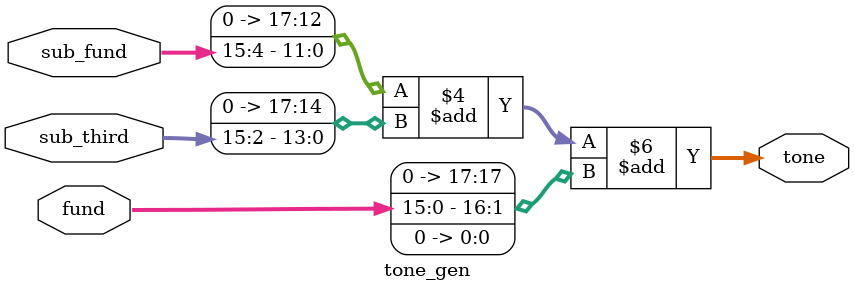
<source format=v>
module tone_gen(
    input [15:0] sub_fund,
    input [15:0] sub_third,
    input [15:0] fund,
//    input [15:0] octave,
    output reg [17:0] tone
);

    always @ (*)
        tone = (sub_fund >> 4) + (sub_third >> 2) + (fund << 1);
//        tone = (sub_fund >> 4) + (sub_third >> 2) + (octave >> 1) + (fund << 1);

endmodule
</source>
